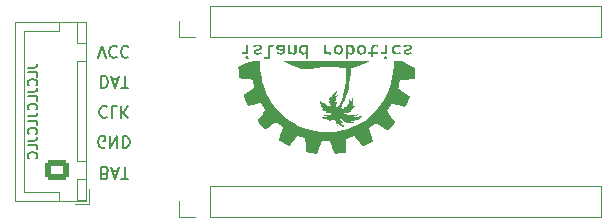
<source format=gbr>
%TF.GenerationSoftware,KiCad,Pcbnew,(6.0.1)*%
%TF.CreationDate,2022-02-11T11:56:36-05:00*%
%TF.ProjectId,POVshield-V3,504f5673-6869-4656-9c64-2d56332e6b69,rev?*%
%TF.SameCoordinates,Original*%
%TF.FileFunction,Legend,Bot*%
%TF.FilePolarity,Positive*%
%FSLAX46Y46*%
G04 Gerber Fmt 4.6, Leading zero omitted, Abs format (unit mm)*
G04 Created by KiCad (PCBNEW (6.0.1)) date 2022-02-11 11:56:36*
%MOMM*%
%LPD*%
G01*
G04 APERTURE LIST*
G04 Aperture macros list*
%AMRoundRect*
0 Rectangle with rounded corners*
0 $1 Rounding radius*
0 $2 $3 $4 $5 $6 $7 $8 $9 X,Y pos of 4 corners*
0 Add a 4 corners polygon primitive as box body*
4,1,4,$2,$3,$4,$5,$6,$7,$8,$9,$2,$3,0*
0 Add four circle primitives for the rounded corners*
1,1,$1+$1,$2,$3*
1,1,$1+$1,$4,$5*
1,1,$1+$1,$6,$7*
1,1,$1+$1,$8,$9*
0 Add four rect primitives between the rounded corners*
20,1,$1+$1,$2,$3,$4,$5,0*
20,1,$1+$1,$4,$5,$6,$7,0*
20,1,$1+$1,$6,$7,$8,$9,0*
20,1,$1+$1,$8,$9,$2,$3,0*%
G04 Aperture macros list end*
%ADD10C,0.150000*%
%ADD11C,0.120000*%
%ADD12R,1.600000X1.600000*%
%ADD13C,1.600000*%
%ADD14RoundRect,0.250000X0.725000X-0.600000X0.725000X0.600000X-0.725000X0.600000X-0.725000X-0.600000X0*%
%ADD15O,1.950000X1.700000*%
%ADD16R,1.700000X1.700000*%
%ADD17O,1.700000X1.700000*%
G04 APERTURE END LIST*
D10*
X83843904Y-106878428D02*
X83986761Y-106830809D01*
X84034380Y-106783190D01*
X84082000Y-106687952D01*
X84082000Y-106545095D01*
X84034380Y-106449857D01*
X83986761Y-106402238D01*
X83891523Y-106354619D01*
X83510571Y-106354619D01*
X83510571Y-107354619D01*
X83843904Y-107354619D01*
X83939142Y-107307000D01*
X83986761Y-107259380D01*
X84034380Y-107164142D01*
X84034380Y-107068904D01*
X83986761Y-106973666D01*
X83939142Y-106926047D01*
X83843904Y-106878428D01*
X83510571Y-106878428D01*
X84462952Y-106640333D02*
X84939142Y-106640333D01*
X84367714Y-106354619D02*
X84701047Y-107354619D01*
X85034380Y-106354619D01*
X85224857Y-107354619D02*
X85796285Y-107354619D01*
X85510571Y-106354619D02*
X85510571Y-107354619D01*
X83510571Y-98607619D02*
X83510571Y-99607619D01*
X83748666Y-99607619D01*
X83891523Y-99560000D01*
X83986761Y-99464761D01*
X84034380Y-99369523D01*
X84082000Y-99179047D01*
X84082000Y-99036190D01*
X84034380Y-98845714D01*
X83986761Y-98750476D01*
X83891523Y-98655238D01*
X83748666Y-98607619D01*
X83510571Y-98607619D01*
X84462952Y-98893333D02*
X84939142Y-98893333D01*
X84367714Y-98607619D02*
X84701047Y-99607619D01*
X85034380Y-98607619D01*
X85224857Y-99607619D02*
X85796285Y-99607619D01*
X85510571Y-98607619D02*
X85510571Y-99607619D01*
X77285904Y-97904761D02*
X77857333Y-97904761D01*
X77971619Y-97866666D01*
X78047809Y-97790476D01*
X78085904Y-97676190D01*
X78085904Y-97600000D01*
X78085904Y-98666666D02*
X78085904Y-98285714D01*
X77285904Y-98285714D01*
X78009714Y-99390476D02*
X78047809Y-99352380D01*
X78085904Y-99238095D01*
X78085904Y-99161904D01*
X78047809Y-99047619D01*
X77971619Y-98971428D01*
X77895428Y-98933333D01*
X77743047Y-98895238D01*
X77628761Y-98895238D01*
X77476380Y-98933333D01*
X77400190Y-98971428D01*
X77324000Y-99047619D01*
X77285904Y-99161904D01*
X77285904Y-99238095D01*
X77324000Y-99352380D01*
X77362095Y-99390476D01*
X77285904Y-99961904D02*
X77857333Y-99961904D01*
X77971619Y-99923809D01*
X78047809Y-99847619D01*
X78085904Y-99733333D01*
X78085904Y-99657142D01*
X78085904Y-100723809D02*
X78085904Y-100342857D01*
X77285904Y-100342857D01*
X78009714Y-101447619D02*
X78047809Y-101409523D01*
X78085904Y-101295238D01*
X78085904Y-101219047D01*
X78047809Y-101104761D01*
X77971619Y-101028571D01*
X77895428Y-100990476D01*
X77743047Y-100952380D01*
X77628761Y-100952380D01*
X77476380Y-100990476D01*
X77400190Y-101028571D01*
X77324000Y-101104761D01*
X77285904Y-101219047D01*
X77285904Y-101295238D01*
X77324000Y-101409523D01*
X77362095Y-101447619D01*
X77285904Y-102019047D02*
X77857333Y-102019047D01*
X77971619Y-101980952D01*
X78047809Y-101904761D01*
X78085904Y-101790476D01*
X78085904Y-101714285D01*
X78085904Y-102780952D02*
X78085904Y-102400000D01*
X77285904Y-102400000D01*
X78009714Y-103504761D02*
X78047809Y-103466666D01*
X78085904Y-103352380D01*
X78085904Y-103276190D01*
X78047809Y-103161904D01*
X77971619Y-103085714D01*
X77895428Y-103047619D01*
X77743047Y-103009523D01*
X77628761Y-103009523D01*
X77476380Y-103047619D01*
X77400190Y-103085714D01*
X77324000Y-103161904D01*
X77285904Y-103276190D01*
X77285904Y-103352380D01*
X77324000Y-103466666D01*
X77362095Y-103504761D01*
X77285904Y-104076190D02*
X77857333Y-104076190D01*
X77971619Y-104038095D01*
X78047809Y-103961904D01*
X78085904Y-103847619D01*
X78085904Y-103771428D01*
X78085904Y-104838095D02*
X78085904Y-104457142D01*
X77285904Y-104457142D01*
X78009714Y-105561904D02*
X78047809Y-105523809D01*
X78085904Y-105409523D01*
X78085904Y-105333333D01*
X78047809Y-105219047D01*
X77971619Y-105142857D01*
X77895428Y-105104761D01*
X77743047Y-105066666D01*
X77628761Y-105066666D01*
X77476380Y-105104761D01*
X77400190Y-105142857D01*
X77324000Y-105219047D01*
X77285904Y-105333333D01*
X77285904Y-105409523D01*
X77324000Y-105523809D01*
X77362095Y-105561904D01*
X83248666Y-97067619D02*
X83582000Y-96067619D01*
X83915333Y-97067619D01*
X84820095Y-96162857D02*
X84772476Y-96115238D01*
X84629619Y-96067619D01*
X84534380Y-96067619D01*
X84391523Y-96115238D01*
X84296285Y-96210476D01*
X84248666Y-96305714D01*
X84201047Y-96496190D01*
X84201047Y-96639047D01*
X84248666Y-96829523D01*
X84296285Y-96924761D01*
X84391523Y-97020000D01*
X84534380Y-97067619D01*
X84629619Y-97067619D01*
X84772476Y-97020000D01*
X84820095Y-96972380D01*
X85820095Y-96162857D02*
X85772476Y-96115238D01*
X85629619Y-96067619D01*
X85534380Y-96067619D01*
X85391523Y-96115238D01*
X85296285Y-96210476D01*
X85248666Y-96305714D01*
X85201047Y-96496190D01*
X85201047Y-96639047D01*
X85248666Y-96829523D01*
X85296285Y-96924761D01*
X85391523Y-97020000D01*
X85534380Y-97067619D01*
X85629619Y-97067619D01*
X85772476Y-97020000D01*
X85820095Y-96972380D01*
X83986761Y-101242857D02*
X83939142Y-101195238D01*
X83796285Y-101147619D01*
X83701047Y-101147619D01*
X83558190Y-101195238D01*
X83462952Y-101290476D01*
X83415333Y-101385714D01*
X83367714Y-101576190D01*
X83367714Y-101719047D01*
X83415333Y-101909523D01*
X83462952Y-102004761D01*
X83558190Y-102100000D01*
X83701047Y-102147619D01*
X83796285Y-102147619D01*
X83939142Y-102100000D01*
X83986761Y-102052380D01*
X84891523Y-101147619D02*
X84415333Y-101147619D01*
X84415333Y-102147619D01*
X85224857Y-101147619D02*
X85224857Y-102147619D01*
X85796285Y-101147619D02*
X85367714Y-101719047D01*
X85796285Y-102147619D02*
X85224857Y-101576190D01*
X83820095Y-104640000D02*
X83724857Y-104687619D01*
X83582000Y-104687619D01*
X83439142Y-104640000D01*
X83343904Y-104544761D01*
X83296285Y-104449523D01*
X83248666Y-104259047D01*
X83248666Y-104116190D01*
X83296285Y-103925714D01*
X83343904Y-103830476D01*
X83439142Y-103735238D01*
X83582000Y-103687619D01*
X83677238Y-103687619D01*
X83820095Y-103735238D01*
X83867714Y-103782857D01*
X83867714Y-104116190D01*
X83677238Y-104116190D01*
X84296285Y-103687619D02*
X84296285Y-104687619D01*
X84867714Y-103687619D01*
X84867714Y-104687619D01*
X85343904Y-103687619D02*
X85343904Y-104687619D01*
X85582000Y-104687619D01*
X85724857Y-104640000D01*
X85820095Y-104544761D01*
X85867714Y-104449523D01*
X85915333Y-104259047D01*
X85915333Y-104116190D01*
X85867714Y-103925714D01*
X85820095Y-103830476D01*
X85724857Y-103735238D01*
X85582000Y-103687619D01*
X85343904Y-103687619D01*
G36*
X100272216Y-96241843D02*
G01*
X100296467Y-96162465D01*
X100331555Y-96097666D01*
X100392085Y-96026535D01*
X100467559Y-95977623D01*
X100493589Y-95967367D01*
X100577916Y-95953072D01*
X100666560Y-95961629D01*
X100751119Y-95991532D01*
X100823189Y-96041278D01*
X100856185Y-96072254D01*
X100856410Y-96036701D01*
X100858104Y-96011199D01*
X100870803Y-95981389D01*
X100900584Y-95968056D01*
X100952927Y-95967256D01*
X101024834Y-95971818D01*
X101028669Y-96554757D01*
X101032503Y-97137696D01*
X100822547Y-97137696D01*
X100838405Y-96714052D01*
X100780419Y-96752425D01*
X100749323Y-96769433D01*
X100672741Y-96792817D01*
X100590094Y-96799127D01*
X100514434Y-96786683D01*
X100460578Y-96760383D01*
X100396134Y-96709882D01*
X100339100Y-96646149D01*
X100297876Y-96577307D01*
X100280271Y-96526624D01*
X100264155Y-96434871D01*
X100261785Y-96348276D01*
X100460538Y-96348276D01*
X100465245Y-96427047D01*
X100484451Y-96501450D01*
X100517990Y-96564764D01*
X100565696Y-96610264D01*
X100591371Y-96622869D01*
X100656517Y-96635474D01*
X100725698Y-96628789D01*
X100786947Y-96603196D01*
X100826855Y-96577048D01*
X100826630Y-96391754D01*
X100826615Y-96385105D01*
X100825577Y-96314020D01*
X100823175Y-96253672D01*
X100819748Y-96210258D01*
X100815632Y-96189974D01*
X100812585Y-96186205D01*
X100788777Y-96166043D01*
X100753529Y-96142367D01*
X100691529Y-96117255D01*
X100620526Y-96114723D01*
X100554102Y-96138957D01*
X100535059Y-96152978D01*
X100495279Y-96204519D01*
X100470494Y-96271859D01*
X100460538Y-96348276D01*
X100261785Y-96348276D01*
X100261457Y-96336295D01*
X100272216Y-96241843D01*
G37*
G36*
X95958033Y-96785733D02*
G01*
X95415423Y-96785733D01*
X95415423Y-96624416D01*
X95767386Y-96624416D01*
X95767386Y-95964485D01*
X95958033Y-95964485D01*
X95958033Y-96785733D01*
G37*
G36*
X95884860Y-96935230D02*
G01*
X95939782Y-96957274D01*
X95974962Y-96998804D01*
X95987363Y-97057037D01*
X95984806Y-97084386D01*
X95961593Y-97135814D01*
X95917567Y-97169564D01*
X95856861Y-97181691D01*
X95824158Y-97178564D01*
X95770880Y-97156661D01*
X95734129Y-97118847D01*
X95716835Y-97071074D01*
X95721931Y-97019290D01*
X95752344Y-96969448D01*
X95765958Y-96956428D01*
X95801377Y-96937548D01*
X95851267Y-96932384D01*
X95884860Y-96935230D01*
G37*
G36*
X99972611Y-95967482D02*
G01*
X100071601Y-95971818D01*
X100070813Y-96280707D01*
X100070602Y-96346976D01*
X100069942Y-96434657D01*
X100068504Y-96500431D01*
X100065846Y-96548906D01*
X100061525Y-96584691D01*
X100055098Y-96612396D01*
X100046120Y-96636630D01*
X100034151Y-96662001D01*
X100014135Y-96695741D01*
X99958169Y-96752639D01*
X99888088Y-96788118D01*
X99808372Y-96801752D01*
X99723500Y-96793118D01*
X99637951Y-96761789D01*
X99556204Y-96707342D01*
X99545528Y-96698505D01*
X99517281Y-96677011D01*
X99502095Y-96668412D01*
X99500581Y-96669311D01*
X99494359Y-96688044D01*
X99489547Y-96723406D01*
X99484996Y-96778400D01*
X99408004Y-96782833D01*
X99331012Y-96787265D01*
X99331012Y-95964485D01*
X99521659Y-95964485D01*
X99521659Y-96519475D01*
X99581732Y-96570895D01*
X99641278Y-96610567D01*
X99706034Y-96631851D01*
X99766730Y-96631410D01*
X99818042Y-96609345D01*
X99854645Y-96565756D01*
X99859371Y-96552034D01*
X99865620Y-96512203D01*
X99869961Y-96449329D01*
X99872515Y-96361328D01*
X99873405Y-96246119D01*
X99873622Y-95963145D01*
X99972611Y-95967482D01*
G37*
G36*
X104296851Y-95967454D02*
G01*
X104335563Y-95965788D01*
X104361743Y-95969100D01*
X104374099Y-95982089D01*
X104381029Y-96008886D01*
X104390189Y-96054682D01*
X104433333Y-96023960D01*
X104477004Y-95996673D01*
X104525136Y-95972103D01*
X104588332Y-95954317D01*
X104675189Y-95955973D01*
X104765481Y-95984735D01*
X104819031Y-96015031D01*
X104891834Y-96081950D01*
X104943476Y-96169138D01*
X104973974Y-96276624D01*
X104983341Y-96404439D01*
X104975006Y-96506395D01*
X104947092Y-96608278D01*
X104900677Y-96689953D01*
X104836896Y-96750022D01*
X104756887Y-96787088D01*
X104661786Y-96799754D01*
X104628029Y-96797438D01*
X104555371Y-96781041D01*
X104485695Y-96752868D01*
X104432128Y-96717614D01*
X104428762Y-96714693D01*
X104420318Y-96710253D01*
X104414806Y-96715918D01*
X104411910Y-96735526D01*
X104411314Y-96772916D01*
X104412703Y-96831928D01*
X104415759Y-96916400D01*
X104424264Y-97137696D01*
X104214163Y-97137696D01*
X104217997Y-96554757D01*
X104220539Y-96168363D01*
X104419811Y-96168363D01*
X104420011Y-96558423D01*
X104471685Y-96593615D01*
X104476744Y-96596908D01*
X104531893Y-96621868D01*
X104592572Y-96635387D01*
X104653178Y-96632297D01*
X104710390Y-96605616D01*
X104752162Y-96555068D01*
X104777677Y-96481706D01*
X104786117Y-96386579D01*
X104785862Y-96372725D01*
X104773535Y-96282806D01*
X104744481Y-96206231D01*
X104701115Y-96149732D01*
X104673567Y-96132118D01*
X104615050Y-96117094D01*
X104547997Y-96119321D01*
X104482138Y-96139264D01*
X104419811Y-96168363D01*
X104220539Y-96168363D01*
X104221832Y-95971818D01*
X104296851Y-95967454D01*
G37*
G36*
X102380674Y-101570415D02*
G01*
X102253755Y-101502936D01*
X102148449Y-101418847D01*
X102115863Y-101385492D01*
X102088250Y-101352478D01*
X102082145Y-101336475D01*
X102097723Y-101338267D01*
X102135155Y-101358639D01*
X102154255Y-101369516D01*
X102200779Y-101392454D01*
X102256451Y-101417054D01*
X102314140Y-101440474D01*
X102366713Y-101459875D01*
X102407037Y-101472414D01*
X102427981Y-101475253D01*
X102428968Y-101469778D01*
X102413088Y-101451905D01*
X102381107Y-101427071D01*
X102376105Y-101423548D01*
X102296353Y-101352572D01*
X102221665Y-101260159D01*
X102156623Y-101153743D01*
X102105809Y-101040756D01*
X102073806Y-100928631D01*
X102066474Y-100875460D01*
X102061559Y-100801987D01*
X102061445Y-100731973D01*
X102066058Y-100623305D01*
X102148250Y-100746956D01*
X102178156Y-100790778D01*
X102235301Y-100869285D01*
X102293268Y-100943195D01*
X102347891Y-101007487D01*
X102395004Y-101057139D01*
X102430442Y-101087128D01*
X102467168Y-101111192D01*
X102425395Y-101019063D01*
X102413630Y-100991966D01*
X102383943Y-100912755D01*
X102359707Y-100832769D01*
X102343454Y-100761025D01*
X102337711Y-100706537D01*
X102338464Y-100691837D01*
X102342911Y-100686204D01*
X102353224Y-100703217D01*
X102371532Y-100745317D01*
X102385631Y-100777682D01*
X102468910Y-100925630D01*
X102575051Y-101056512D01*
X102701672Y-101167760D01*
X102846392Y-101256810D01*
X102863420Y-101265242D01*
X102904995Y-101282893D01*
X102924919Y-101283573D01*
X102925640Y-101266240D01*
X102909601Y-101229850D01*
X102901557Y-101213868D01*
X102884666Y-101176155D01*
X102884039Y-101162390D01*
X102900523Y-101171679D01*
X102934967Y-101203130D01*
X102965852Y-101230276D01*
X103009708Y-101264737D01*
X103057792Y-101299824D01*
X103103338Y-101330778D01*
X103139582Y-101352841D01*
X103159758Y-101361252D01*
X103156052Y-101354260D01*
X103135671Y-101330314D01*
X103101539Y-101293360D01*
X103057433Y-101247597D01*
X103032040Y-101220769D01*
X102978310Y-101158293D01*
X102931751Y-101096921D01*
X102899642Y-101045952D01*
X102894969Y-101036891D01*
X102870987Y-100985651D01*
X102846901Y-100927811D01*
X102825123Y-100870047D01*
X102808065Y-100819036D01*
X102798141Y-100781455D01*
X102797762Y-100763979D01*
X102799208Y-100764043D01*
X102814187Y-100777526D01*
X102840906Y-100807905D01*
X102874759Y-100850030D01*
X102896030Y-100877406D01*
X102936286Y-100928574D01*
X102960932Y-100958479D01*
X102971413Y-100968654D01*
X102969174Y-100960637D01*
X102955661Y-100935964D01*
X102939566Y-100904997D01*
X102906399Y-100823951D01*
X102876719Y-100730288D01*
X102853876Y-100635293D01*
X102841217Y-100550251D01*
X102840074Y-100530958D01*
X102840750Y-100469684D01*
X102846172Y-100402065D01*
X102855244Y-100335235D01*
X102866869Y-100276327D01*
X102879952Y-100232474D01*
X102893394Y-100210808D01*
X102896538Y-100213251D01*
X102902833Y-100237137D01*
X102909049Y-100281003D01*
X102914209Y-100338842D01*
X102916055Y-100362771D01*
X102923267Y-100430738D01*
X102932251Y-100490965D01*
X102941489Y-100532673D01*
X102948466Y-100555170D01*
X102956632Y-100576932D01*
X102960999Y-100573665D01*
X102964682Y-100547338D01*
X102977517Y-100469194D01*
X103023262Y-100320328D01*
X103094011Y-100183199D01*
X103187535Y-100061004D01*
X103301606Y-99956939D01*
X103433996Y-99874201D01*
X103511402Y-99835165D01*
X103457828Y-99941549D01*
X103440981Y-99975898D01*
X103402224Y-100061178D01*
X103365844Y-100149075D01*
X103334594Y-100232411D01*
X103311230Y-100304009D01*
X103298507Y-100356691D01*
X103289189Y-100415352D01*
X103330222Y-100364024D01*
X103339738Y-100352288D01*
X103387023Y-100297306D01*
X103440505Y-100239152D01*
X103493956Y-100184265D01*
X103541149Y-100139083D01*
X103575855Y-100110047D01*
X103587542Y-100101957D01*
X103600248Y-100095565D01*
X103598989Y-100103827D01*
X103582599Y-100129713D01*
X103549912Y-100176194D01*
X103522077Y-100217146D01*
X103448067Y-100350454D01*
X103393276Y-100489864D01*
X103359142Y-100630005D01*
X103347101Y-100765504D01*
X103358593Y-100890989D01*
X103367930Y-100937671D01*
X103404022Y-100877146D01*
X103416727Y-100856877D01*
X103436115Y-100830557D01*
X103446523Y-100823029D01*
X103447738Y-100827605D01*
X103445722Y-100853792D01*
X103438115Y-100893699D01*
X103436555Y-100901153D01*
X103429759Y-100951413D01*
X103424899Y-101016375D01*
X103422941Y-101083927D01*
X103423085Y-101134614D01*
X103425037Y-101177270D01*
X103430490Y-101202381D01*
X103441083Y-101216514D01*
X103458454Y-101226237D01*
X103467169Y-101229926D01*
X103489591Y-101233376D01*
X103512417Y-101221944D01*
X103544978Y-101191928D01*
X103562031Y-101176358D01*
X103598121Y-101151203D01*
X103626130Y-101141275D01*
X103628966Y-101141198D01*
X103643398Y-101137405D01*
X103657950Y-101125576D01*
X103674372Y-101102495D01*
X103694417Y-101064944D01*
X103719836Y-101009707D01*
X103752381Y-100933568D01*
X103793802Y-100833308D01*
X103866930Y-100645871D01*
X103990796Y-100277762D01*
X104092289Y-99902317D01*
X104169832Y-99525719D01*
X104221849Y-99154151D01*
X104228101Y-99085611D01*
X104235684Y-98964353D01*
X104240621Y-98830792D01*
X104242979Y-98690120D01*
X104242824Y-98547535D01*
X104240225Y-98408229D01*
X104235248Y-98277399D01*
X104227961Y-98160239D01*
X104218432Y-98061943D01*
X104206727Y-97987707D01*
X104203523Y-97975372D01*
X104195774Y-97963015D01*
X104179393Y-97954173D01*
X104149238Y-97947283D01*
X104100166Y-97940782D01*
X104027035Y-97933107D01*
X103977049Y-97927931D01*
X103876371Y-97917026D01*
X103771771Y-97905218D01*
X103679222Y-97894288D01*
X103519724Y-97877301D01*
X103301659Y-97860393D01*
X103076594Y-97849148D01*
X102856329Y-97844123D01*
X102652663Y-97845875D01*
X102620745Y-97846820D01*
X102517589Y-97850936D01*
X102422092Y-97856856D01*
X102326956Y-97865300D01*
X102224882Y-97876985D01*
X102108575Y-97892628D01*
X101970735Y-97912948D01*
X101894870Y-97924351D01*
X101774722Y-97942062D01*
X101655935Y-97959197D01*
X101545415Y-97974777D01*
X101450067Y-97987820D01*
X101376797Y-97997344D01*
X101355448Y-97999875D01*
X101249148Y-98009757D01*
X101130765Y-98017098D01*
X101006196Y-98021848D01*
X100881335Y-98023955D01*
X100762078Y-98023370D01*
X100654321Y-98020040D01*
X100563960Y-98013915D01*
X100496890Y-98004944D01*
X100453596Y-97995436D01*
X100358205Y-97969843D01*
X100245519Y-97935110D01*
X100121529Y-97893292D01*
X99992225Y-97846444D01*
X99863597Y-97796621D01*
X99741636Y-97745877D01*
X99735433Y-97743183D01*
X99664529Y-97711612D01*
X99582462Y-97673928D01*
X99493008Y-97631981D01*
X99399940Y-97587620D01*
X99307033Y-97542696D01*
X99218063Y-97499058D01*
X99136805Y-97458558D01*
X99067033Y-97423046D01*
X99012522Y-97394370D01*
X98977048Y-97374382D01*
X98964384Y-97364932D01*
X98965307Y-97364767D01*
X98986940Y-97364126D01*
X99036339Y-97363505D01*
X99112255Y-97362908D01*
X99213437Y-97362337D01*
X99338635Y-97361793D01*
X99486600Y-97361280D01*
X99656081Y-97360800D01*
X99845829Y-97360354D01*
X100054594Y-97359946D01*
X100281126Y-97359577D01*
X100524175Y-97359250D01*
X100782491Y-97358967D01*
X101054825Y-97358730D01*
X101339926Y-97358542D01*
X101636544Y-97358405D01*
X101943429Y-97358320D01*
X102259333Y-97358292D01*
X102583004Y-97358321D01*
X106201624Y-97358969D01*
X106142963Y-97389922D01*
X106099306Y-97411803D01*
X106031573Y-97444038D01*
X105947029Y-97483204D01*
X105850917Y-97526948D01*
X105748482Y-97572918D01*
X105644967Y-97618762D01*
X105545615Y-97662127D01*
X105455670Y-97700662D01*
X105380377Y-97732013D01*
X105236737Y-97786795D01*
X105017042Y-97855178D01*
X104785478Y-97908251D01*
X104659863Y-97932552D01*
X104642154Y-98228051D01*
X104627913Y-98432284D01*
X104586459Y-98843640D01*
X104529174Y-99237781D01*
X104456389Y-99613447D01*
X104368433Y-99969381D01*
X104265636Y-100304322D01*
X104148327Y-100617012D01*
X104016837Y-100906193D01*
X103871494Y-101170606D01*
X103804979Y-101280594D01*
X103843007Y-101290837D01*
X103866413Y-101299809D01*
X103907239Y-101326945D01*
X103938229Y-101360863D01*
X103950527Y-101393139D01*
X103952714Y-101407737D01*
X103963960Y-101419913D01*
X103971337Y-101416818D01*
X103995490Y-101394198D01*
X104029169Y-101353607D01*
X104068597Y-101299765D01*
X104109994Y-101237394D01*
X104121357Y-101219799D01*
X104143060Y-101190779D01*
X104153246Y-101187760D01*
X104152741Y-101211377D01*
X104142368Y-101262263D01*
X104139992Y-101273521D01*
X104136631Y-101304725D01*
X104140854Y-101317257D01*
X104148712Y-101314486D01*
X104175303Y-101293481D01*
X104212520Y-101256055D01*
X104256114Y-101207248D01*
X104301833Y-101152103D01*
X104345427Y-101095657D01*
X104382644Y-101042953D01*
X104409234Y-100999031D01*
X104426132Y-100964767D01*
X104464046Y-100871510D01*
X104494621Y-100773222D01*
X104515035Y-100679818D01*
X104522467Y-100601208D01*
X104522996Y-100580635D01*
X104526612Y-100551974D01*
X104532524Y-100545174D01*
X104539477Y-100558568D01*
X104548119Y-100598803D01*
X104554050Y-100656885D01*
X104556868Y-100725925D01*
X104556167Y-100799035D01*
X104551543Y-100869326D01*
X104548723Y-100898251D01*
X104544129Y-100951534D01*
X104541726Y-100989158D01*
X104541991Y-101004371D01*
X104543040Y-101004887D01*
X104554778Y-100993148D01*
X104574398Y-100959509D01*
X104599732Y-100908687D01*
X104628613Y-100845405D01*
X104658872Y-100774383D01*
X104688341Y-100700339D01*
X104714853Y-100627996D01*
X104725472Y-100597498D01*
X104749547Y-100529439D01*
X104766592Y-100484714D01*
X104778428Y-100460065D01*
X104786874Y-100452236D01*
X104793748Y-100457971D01*
X104800870Y-100474012D01*
X104819930Y-100528329D01*
X104852390Y-100677623D01*
X104858843Y-100830268D01*
X104839761Y-100981253D01*
X104795619Y-101125566D01*
X104726887Y-101258197D01*
X104723085Y-101264108D01*
X104697403Y-101305885D01*
X104681318Y-101335401D01*
X104678173Y-101346587D01*
X104686571Y-101344201D01*
X104717214Y-101325388D01*
X104762392Y-101290567D01*
X104818007Y-101243003D01*
X104879955Y-101185962D01*
X104889788Y-101176632D01*
X104933174Y-101136866D01*
X104959290Y-101116380D01*
X104970642Y-101113514D01*
X104969740Y-101126610D01*
X104968931Y-101129250D01*
X104927750Y-101219854D01*
X104862288Y-101311245D01*
X104776950Y-101398879D01*
X104676139Y-101478217D01*
X104564262Y-101544716D01*
X104427144Y-101613976D01*
X104500469Y-101604195D01*
X104521635Y-101601346D01*
X104578424Y-101593511D01*
X104625123Y-101586834D01*
X104636593Y-101585177D01*
X104656562Y-101583548D01*
X104657752Y-101588611D01*
X104638163Y-101603366D01*
X104595793Y-101630812D01*
X104579871Y-101640714D01*
X104444651Y-101705890D01*
X104296035Y-101746922D01*
X104138701Y-101762464D01*
X104098068Y-101763524D01*
X104051952Y-101766325D01*
X104025527Y-101770165D01*
X104023613Y-101774539D01*
X104048703Y-101781181D01*
X104101206Y-101790066D01*
X104167965Y-101798381D01*
X104240418Y-101805331D01*
X104310003Y-101810123D01*
X104368160Y-101811961D01*
X104406328Y-101810051D01*
X104418998Y-101808166D01*
X104450991Y-101805038D01*
X104463806Y-101806577D01*
X104452839Y-101813438D01*
X104421154Y-101827427D01*
X104376010Y-101845129D01*
X104334089Y-101862590D01*
X104304081Y-101878845D01*
X104295221Y-101889300D01*
X104297790Y-101892465D01*
X104326296Y-101907765D01*
X104377237Y-101922336D01*
X104444902Y-101935237D01*
X104523578Y-101945528D01*
X104607553Y-101952268D01*
X104691116Y-101954516D01*
X104692845Y-101954508D01*
X104835977Y-101947448D01*
X104963837Y-101925913D01*
X105087754Y-101887203D01*
X105219060Y-101828615D01*
X105336381Y-101769922D01*
X105292386Y-101816359D01*
X105253574Y-101853364D01*
X105185320Y-101906057D01*
X105096884Y-101962641D01*
X104984418Y-102025730D01*
X104852432Y-102096270D01*
X104976410Y-102087464D01*
X104996375Y-102085856D01*
X105106921Y-102071985D01*
X105230821Y-102049777D01*
X105356615Y-102021496D01*
X105472842Y-101989404D01*
X105519968Y-101976001D01*
X105559361Y-101967072D01*
X105579652Y-101965399D01*
X105581811Y-101967728D01*
X105575136Y-101986254D01*
X105552497Y-102018821D01*
X105517893Y-102060933D01*
X105475326Y-102108096D01*
X105428794Y-102155812D01*
X105382298Y-102199587D01*
X105339838Y-102234924D01*
X105219802Y-102313508D01*
X105069027Y-102381153D01*
X104906875Y-102422200D01*
X104731924Y-102437121D01*
X104693695Y-102437684D01*
X104646106Y-102439427D01*
X104622003Y-102442733D01*
X104617639Y-102448325D01*
X104629268Y-102456924D01*
X104638737Y-102461735D01*
X104681882Y-102479410D01*
X104742310Y-102500811D01*
X104811767Y-102523328D01*
X104881996Y-102544353D01*
X104944743Y-102561277D01*
X104991751Y-102571489D01*
X105014670Y-102575393D01*
X105039882Y-102581419D01*
X105040937Y-102587457D01*
X105021081Y-102596249D01*
X105020922Y-102596309D01*
X104978352Y-102605169D01*
X104915410Y-102609651D01*
X104840650Y-102609945D01*
X104762626Y-102606239D01*
X104689893Y-102598725D01*
X104631003Y-102587592D01*
X104523543Y-102554031D01*
X104415016Y-102506740D01*
X104305124Y-102443666D01*
X104185988Y-102360796D01*
X104182533Y-102358294D01*
X104172256Y-102354308D01*
X104181623Y-102370179D01*
X104209916Y-102404920D01*
X104256415Y-102457545D01*
X104261973Y-102463701D01*
X104306970Y-102514188D01*
X104342605Y-102555315D01*
X104365396Y-102582989D01*
X104371861Y-102593123D01*
X104358123Y-102590257D01*
X104320094Y-102574965D01*
X104268705Y-102549601D01*
X104210972Y-102517715D01*
X104153913Y-102482858D01*
X104082461Y-102432183D01*
X103953716Y-102314818D01*
X103842124Y-102176435D01*
X103750215Y-102020418D01*
X103680520Y-101850148D01*
X103677418Y-101841117D01*
X103659147Y-101800086D01*
X103640289Y-101772096D01*
X103624589Y-101760276D01*
X103615795Y-101767753D01*
X103617652Y-101797655D01*
X103626572Y-101833952D01*
X103656617Y-101919648D01*
X103698150Y-102010266D01*
X103746096Y-102094093D01*
X103767543Y-102127777D01*
X103785195Y-102159236D01*
X103784654Y-102169536D01*
X103764972Y-102160488D01*
X103725197Y-102133900D01*
X103683182Y-102104775D01*
X103693388Y-102139971D01*
X103728232Y-102232838D01*
X103794339Y-102352035D01*
X103879408Y-102464706D01*
X103977959Y-102563814D01*
X104084511Y-102642320D01*
X104105401Y-102655032D01*
X104141927Y-102678212D01*
X104156157Y-102690122D01*
X104150285Y-102693260D01*
X104126508Y-102690125D01*
X104110087Y-102686055D01*
X104064214Y-102669895D01*
X104005718Y-102645510D01*
X103943284Y-102616396D01*
X103904798Y-102597701D01*
X103855669Y-102574767D01*
X103821210Y-102559874D01*
X103807184Y-102555596D01*
X103806943Y-102556959D01*
X103817704Y-102573995D01*
X103844456Y-102605940D01*
X103883033Y-102648397D01*
X103929270Y-102696967D01*
X103978999Y-102747255D01*
X104028056Y-102794863D01*
X104072273Y-102835393D01*
X104172022Y-102923088D01*
X104104555Y-102927587D01*
X104067331Y-102927429D01*
X103984145Y-102914687D01*
X103892739Y-102887785D01*
X103802882Y-102849259D01*
X103771587Y-102831400D01*
X103703078Y-102782027D01*
X103634173Y-102721307D01*
X103573741Y-102657409D01*
X103530652Y-102598503D01*
X103516639Y-102575413D01*
X103496815Y-102545975D01*
X103486017Y-102534462D01*
X103483950Y-102536026D01*
X103484384Y-102557491D01*
X103493750Y-102600925D01*
X103511049Y-102662219D01*
X103535285Y-102737267D01*
X103539281Y-102749202D01*
X103554591Y-102798995D01*
X103563673Y-102835626D01*
X103564676Y-102851876D01*
X103558818Y-102851228D01*
X103540077Y-102832953D01*
X103513591Y-102798078D01*
X103483174Y-102752451D01*
X103452645Y-102701920D01*
X103425819Y-102652332D01*
X103406514Y-102609536D01*
X103398975Y-102587728D01*
X103378173Y-102494202D01*
X103365849Y-102373146D01*
X103356589Y-102219162D01*
X103328775Y-102336483D01*
X103323795Y-102356690D01*
X103308415Y-102407055D01*
X103295808Y-102428302D01*
X103286208Y-102420512D01*
X103279848Y-102383767D01*
X103276962Y-102318152D01*
X103275855Y-102288392D01*
X103272111Y-102254396D01*
X103266868Y-102241160D01*
X103261703Y-102243282D01*
X103238861Y-102259363D01*
X103206668Y-102286059D01*
X103206643Y-102286081D01*
X103173581Y-102311338D01*
X103150785Y-102322091D01*
X103142756Y-102317445D01*
X103153995Y-102296508D01*
X103163229Y-102282809D01*
X103184494Y-102248121D01*
X103209884Y-102204497D01*
X103251543Y-102131171D01*
X103146388Y-102229928D01*
X103098173Y-102273126D01*
X103006583Y-102341425D01*
X102913760Y-102390259D01*
X102811145Y-102424596D01*
X102773236Y-102434056D01*
X102716529Y-102445460D01*
X102687051Y-102446444D01*
X102684868Y-102437061D01*
X102710046Y-102417359D01*
X102762652Y-102387391D01*
X102774769Y-102380913D01*
X102832019Y-102348596D01*
X102882559Y-102317583D01*
X102916636Y-102293798D01*
X102960631Y-102258372D01*
X102880443Y-102279096D01*
X102870071Y-102281626D01*
X102782834Y-102294801D01*
X102683985Y-102298835D01*
X102586683Y-102293717D01*
X102504082Y-102279434D01*
X102441856Y-102258344D01*
X102356598Y-102219390D01*
X102274197Y-102172519D01*
X102207618Y-102124505D01*
X102158532Y-102082661D01*
X102383600Y-102081746D01*
X102419951Y-102081445D01*
X102500668Y-102079708D01*
X102572017Y-102076769D01*
X102627344Y-102072947D01*
X102659996Y-102068558D01*
X102678027Y-102064105D01*
X102692694Y-102058463D01*
X102688053Y-102052468D01*
X102661060Y-102043855D01*
X102608668Y-102030356D01*
X102573153Y-102020182D01*
X102518872Y-102001768D01*
X102461580Y-101979998D01*
X102407424Y-101957461D01*
X102362550Y-101936741D01*
X102333105Y-101920425D01*
X102325236Y-101911100D01*
X102334947Y-101911102D01*
X102366238Y-101916938D01*
X102410708Y-101927865D01*
X102449184Y-101936934D01*
X102587522Y-101952248D01*
X102732249Y-101944425D01*
X102875546Y-101914315D01*
X103009595Y-101862768D01*
X103028541Y-101853107D01*
X103061523Y-101831420D01*
X103066283Y-101816144D01*
X103042527Y-101806359D01*
X102989961Y-101801145D01*
X102979495Y-101799795D01*
X102980656Y-101793810D01*
X103008601Y-101782876D01*
X103064307Y-101766539D01*
X103106452Y-101753849D01*
X103172614Y-101730464D01*
X103237575Y-101704144D01*
X103294646Y-101677835D01*
X103337135Y-101654484D01*
X103358352Y-101637038D01*
X103360567Y-101630970D01*
X103349236Y-101624784D01*
X103317949Y-101629837D01*
X103271298Y-101645097D01*
X103213871Y-101669532D01*
X103176739Y-101685721D01*
X103033889Y-101729845D01*
X102881425Y-101752027D01*
X102727880Y-101751486D01*
X102581785Y-101727438D01*
X102579783Y-101726917D01*
X102540655Y-101714211D01*
X102528316Y-101703200D01*
X102543401Y-101693457D01*
X102586546Y-101684557D01*
X102658385Y-101676073D01*
X102769984Y-101665200D01*
X102617473Y-101639190D01*
X102529150Y-101620336D01*
X104395369Y-101620336D01*
X104397519Y-101622091D01*
X104414923Y-101620336D01*
X104417217Y-101615925D01*
X104405146Y-101610559D01*
X104397382Y-101611618D01*
X104395369Y-101620336D01*
X102529150Y-101620336D01*
X102525548Y-101619567D01*
X102380674Y-101570415D01*
G37*
G36*
X107608874Y-95967532D02*
G01*
X107697467Y-95971818D01*
X107701365Y-96378775D01*
X107705263Y-96785733D01*
X107162190Y-96785733D01*
X107162190Y-96624416D01*
X107499488Y-96624416D01*
X107499488Y-96304228D01*
X107499567Y-96264751D01*
X107500376Y-96174184D01*
X107501951Y-96095403D01*
X107504152Y-96032796D01*
X107506843Y-95990747D01*
X107509885Y-95973642D01*
X107523916Y-95969452D01*
X107560198Y-95966854D01*
X107608874Y-95967532D01*
G37*
G36*
X102436353Y-95967482D02*
G01*
X102535342Y-95971818D01*
X102542675Y-96206460D01*
X102545364Y-96283648D01*
X102549470Y-96359029D01*
X102555565Y-96414344D01*
X102564945Y-96454767D01*
X102578904Y-96485471D01*
X102598737Y-96511630D01*
X102625737Y-96538418D01*
X102672343Y-96576882D01*
X102729204Y-96607112D01*
X102794243Y-96621122D01*
X102877206Y-96622158D01*
X102914889Y-96620566D01*
X102956491Y-96620364D01*
X102979649Y-96624651D01*
X102991077Y-96635191D01*
X102997484Y-96653746D01*
X102999092Y-96659810D01*
X103013176Y-96714126D01*
X103019208Y-96747153D01*
X103016326Y-96765473D01*
X103003666Y-96775670D01*
X102980366Y-96784324D01*
X102957188Y-96790992D01*
X102877987Y-96799637D01*
X102793764Y-96792376D01*
X102718656Y-96769983D01*
X102684081Y-96750884D01*
X102631366Y-96713696D01*
X102583004Y-96671867D01*
X102513345Y-96603521D01*
X102513144Y-96661630D01*
X102512435Y-96700964D01*
X102506870Y-96746618D01*
X102491965Y-96772156D01*
X102463264Y-96783290D01*
X102416311Y-96785733D01*
X102337363Y-96785733D01*
X102337363Y-95963145D01*
X102436353Y-95967482D01*
G37*
G36*
X105174345Y-96234812D02*
G01*
X105206992Y-96153037D01*
X105225174Y-96124307D01*
X105285772Y-96056245D01*
X105359689Y-96000728D01*
X105437053Y-95965791D01*
X105504510Y-95953734D01*
X105598085Y-95954201D01*
X105689349Y-95971397D01*
X105766198Y-96004208D01*
X105844387Y-96064322D01*
X105904463Y-96143436D01*
X105944491Y-96238014D01*
X105962536Y-96344525D01*
X105956661Y-96459434D01*
X105935644Y-96542001D01*
X105887977Y-96634673D01*
X105820084Y-96708862D01*
X105735018Y-96762180D01*
X105635832Y-96792237D01*
X105525581Y-96796646D01*
X105448799Y-96783219D01*
X105352229Y-96742982D01*
X105270310Y-96680541D01*
X105207012Y-96599152D01*
X105166307Y-96502070D01*
X105154407Y-96427825D01*
X105155454Y-96375109D01*
X105354066Y-96375109D01*
X105359640Y-96449721D01*
X105383411Y-96530375D01*
X105424851Y-96589754D01*
X105482865Y-96626429D01*
X105556358Y-96638972D01*
X105615734Y-96631943D01*
X105678586Y-96601813D01*
X105724091Y-96548540D01*
X105751756Y-96472760D01*
X105761088Y-96375109D01*
X105757529Y-96303991D01*
X105741377Y-96232837D01*
X105710232Y-96179813D01*
X105661969Y-96139873D01*
X105652324Y-96134448D01*
X105586453Y-96114402D01*
X105515741Y-96115829D01*
X105452529Y-96138790D01*
X105437851Y-96148858D01*
X105391629Y-96202612D01*
X105363538Y-96278420D01*
X105354066Y-96375109D01*
X105155454Y-96375109D01*
X105156340Y-96330500D01*
X105174345Y-96234812D01*
G37*
G36*
X107643966Y-96939458D02*
G01*
X107690511Y-96969448D01*
X107709417Y-96994338D01*
X107726510Y-97045917D01*
X107719784Y-97096393D01*
X107692170Y-97139814D01*
X107646596Y-97170230D01*
X107585994Y-97181691D01*
X107554663Y-97178396D01*
X107504122Y-97155642D01*
X107469650Y-97116752D01*
X107454131Y-97068238D01*
X107460449Y-97016611D01*
X107491489Y-96968380D01*
X107530879Y-96942238D01*
X107587264Y-96930370D01*
X107643966Y-96939458D01*
G37*
G36*
X97971569Y-95956226D02*
G01*
X98052484Y-95972386D01*
X98082902Y-95981768D01*
X98115723Y-95993023D01*
X98128472Y-95999104D01*
X98127092Y-96004563D01*
X98118750Y-96031013D01*
X98105363Y-96071076D01*
X98096042Y-96097408D01*
X98082992Y-96123809D01*
X98068329Y-96131110D01*
X98045748Y-96125017D01*
X98011026Y-96115022D01*
X97945849Y-96110160D01*
X97886022Y-96121235D01*
X97841835Y-96147133D01*
X97805839Y-96183129D01*
X97805839Y-97137696D01*
X97336555Y-97137696D01*
X97336555Y-96976379D01*
X97598110Y-96976379D01*
X97603319Y-96569422D01*
X97603834Y-96530236D01*
X97605815Y-96407879D01*
X97608494Y-96310266D01*
X97612496Y-96233813D01*
X97618445Y-96174936D01*
X97626965Y-96130053D01*
X97638680Y-96095579D01*
X97654215Y-96067932D01*
X97674194Y-96043527D01*
X97699240Y-96018783D01*
X97705240Y-96013373D01*
X97746278Y-95983788D01*
X97785371Y-95965049D01*
X97807641Y-95959557D01*
X97885446Y-95951825D01*
X97971569Y-95956226D01*
G37*
G36*
X108684593Y-95966290D02*
G01*
X108779538Y-95998965D01*
X108832937Y-96026470D01*
X108868530Y-96050865D01*
X108882425Y-96073989D01*
X108877489Y-96100977D01*
X108856589Y-96136965D01*
X108818678Y-96194253D01*
X108736289Y-96152695D01*
X108656849Y-96122832D01*
X108570570Y-96112835D01*
X108491260Y-96125878D01*
X108422781Y-96159956D01*
X108368999Y-96213062D01*
X108333776Y-96283191D01*
X108320976Y-96368335D01*
X108328993Y-96440165D01*
X108359842Y-96516751D01*
X108410005Y-96576863D01*
X108475381Y-96618086D01*
X108551871Y-96638007D01*
X108635373Y-96634212D01*
X108721788Y-96604288D01*
X108790515Y-96569494D01*
X108835289Y-96626025D01*
X108849959Y-96646171D01*
X108867781Y-96678445D01*
X108870666Y-96697761D01*
X108859554Y-96707934D01*
X108828055Y-96728764D01*
X108785315Y-96752880D01*
X108773620Y-96758918D01*
X108733640Y-96776612D01*
X108694243Y-96786901D01*
X108645473Y-96791701D01*
X108577375Y-96792930D01*
X108571900Y-96792931D01*
X108503504Y-96791435D01*
X108453170Y-96785809D01*
X108410409Y-96774163D01*
X108364730Y-96754604D01*
X108305028Y-96722081D01*
X108223295Y-96656620D01*
X108166648Y-96577161D01*
X108133763Y-96481586D01*
X108123320Y-96367776D01*
X108124869Y-96305124D01*
X108130978Y-96257772D01*
X108144225Y-96216910D01*
X108167193Y-96170947D01*
X108220474Y-96093533D01*
X108298508Y-96025092D01*
X108397066Y-95976720D01*
X108472787Y-95958073D01*
X108578528Y-95952437D01*
X108684593Y-95966290D01*
G37*
G36*
X96853410Y-95958719D02*
G01*
X96908271Y-95966450D01*
X96953773Y-95980306D01*
X97001019Y-96002865D01*
X97064118Y-96047281D01*
X97111982Y-96107139D01*
X97135822Y-96173119D01*
X97135734Y-96240497D01*
X97111815Y-96304551D01*
X97064160Y-96360558D01*
X96992865Y-96403796D01*
X96978865Y-96409286D01*
X96928764Y-96425999D01*
X96864687Y-96444794D01*
X96797033Y-96462552D01*
X96721967Y-96482764D01*
X96661358Y-96504707D01*
X96624205Y-96527395D01*
X96607459Y-96552768D01*
X96608068Y-96582765D01*
X96629249Y-96619144D01*
X96673171Y-96643675D01*
X96735677Y-96653012D01*
X96813363Y-96647099D01*
X96902822Y-96625879D01*
X97000651Y-96589295D01*
X97008481Y-96587404D01*
X97033239Y-96597915D01*
X97065450Y-96633314D01*
X97106857Y-96687602D01*
X97073289Y-96714784D01*
X97073242Y-96714822D01*
X97042312Y-96732761D01*
X96993578Y-96753657D01*
X96937570Y-96772993D01*
X96887436Y-96786061D01*
X96783581Y-96799773D01*
X96685595Y-96795826D01*
X96597161Y-96775698D01*
X96521965Y-96740862D01*
X96463692Y-96692793D01*
X96426026Y-96632967D01*
X96412652Y-96562859D01*
X96415522Y-96523327D01*
X96433899Y-96466832D01*
X96471463Y-96419452D01*
X96530745Y-96379148D01*
X96614279Y-96343879D01*
X96724595Y-96311607D01*
X96801705Y-96290642D01*
X96867473Y-96267955D01*
X96910320Y-96245454D01*
X96933583Y-96221319D01*
X96940596Y-96193730D01*
X96940261Y-96184695D01*
X96927751Y-96147242D01*
X96895213Y-96122242D01*
X96839965Y-96108372D01*
X96759324Y-96104307D01*
X96700134Y-96105799D01*
X96646998Y-96112229D01*
X96598314Y-96126442D01*
X96540741Y-96151306D01*
X96441521Y-96197802D01*
X96403700Y-96140651D01*
X96392462Y-96122364D01*
X96376760Y-96089061D01*
X96374413Y-96069691D01*
X96388442Y-96057391D01*
X96425581Y-96036427D01*
X96477184Y-96012806D01*
X96535643Y-95989949D01*
X96593352Y-95971275D01*
X96607404Y-95967677D01*
X96691779Y-95956067D01*
X96795707Y-95955230D01*
X96853410Y-95958719D01*
G37*
G36*
X103205129Y-96283688D02*
G01*
X103236914Y-96180283D01*
X103290818Y-96091878D01*
X103364762Y-96021694D01*
X103456667Y-95972948D01*
X103476234Y-95966787D01*
X103551259Y-95955266D01*
X103635539Y-95955798D01*
X103716809Y-95967727D01*
X103782803Y-95990397D01*
X103783678Y-95990847D01*
X103869872Y-96050936D01*
X103936846Y-96129855D01*
X103982948Y-96222978D01*
X104006528Y-96325679D01*
X104005933Y-96433333D01*
X103979512Y-96541313D01*
X103940117Y-96619305D01*
X103875450Y-96694893D01*
X103795722Y-96750834D01*
X103705485Y-96786033D01*
X103609290Y-96799395D01*
X103511688Y-96789824D01*
X103417230Y-96756225D01*
X103330468Y-96697503D01*
X103298449Y-96666278D01*
X103241335Y-96584664D01*
X103207908Y-96488533D01*
X103198764Y-96393273D01*
X103395047Y-96393273D01*
X103406419Y-96472510D01*
X103434313Y-96543989D01*
X103479023Y-96600891D01*
X103479155Y-96601007D01*
X103523810Y-96624526D01*
X103583479Y-96635765D01*
X103646183Y-96633808D01*
X103699944Y-96617744D01*
X103734966Y-96591502D01*
X103771872Y-96537323D01*
X103795019Y-96468543D01*
X103804366Y-96391758D01*
X103799872Y-96313563D01*
X103781496Y-96240554D01*
X103749197Y-96179328D01*
X103702935Y-96136480D01*
X103697781Y-96133575D01*
X103633573Y-96113947D01*
X103563293Y-96116447D01*
X103498722Y-96140825D01*
X103457154Y-96177203D01*
X103420707Y-96238800D01*
X103399907Y-96313096D01*
X103395047Y-96393273D01*
X103198764Y-96393273D01*
X103197021Y-96375109D01*
X103205129Y-96283688D01*
G37*
G36*
X109550284Y-95958144D02*
G01*
X109631742Y-95968785D01*
X109695404Y-95986276D01*
X109733486Y-96004974D01*
X109797237Y-96056571D01*
X109839039Y-96121850D01*
X109856433Y-96196129D01*
X109846959Y-96274727D01*
X109828734Y-96313059D01*
X109778432Y-96364314D01*
X109701686Y-96407315D01*
X109599738Y-96441222D01*
X109599653Y-96441244D01*
X109509172Y-96464475D01*
X109442953Y-96482246D01*
X109396799Y-96496182D01*
X109366514Y-96507907D01*
X109347902Y-96519045D01*
X109336767Y-96531221D01*
X109328912Y-96546059D01*
X109320121Y-96573059D01*
X109327257Y-96594107D01*
X109354357Y-96620572D01*
X109378043Y-96638811D01*
X109404095Y-96649872D01*
X109439200Y-96653013D01*
X109493385Y-96650383D01*
X109536696Y-96645158D01*
X109605472Y-96630396D01*
X109662830Y-96611025D01*
X109735920Y-96578561D01*
X109776249Y-96626599D01*
X109785789Y-96638448D01*
X109807789Y-96670635D01*
X109816578Y-96691716D01*
X109807575Y-96704289D01*
X109775962Y-96724198D01*
X109727684Y-96746472D01*
X109669130Y-96768225D01*
X109606693Y-96786568D01*
X109603236Y-96787417D01*
X109519066Y-96798487D01*
X109426589Y-96795964D01*
X109337735Y-96780964D01*
X109264432Y-96754600D01*
X109220946Y-96729279D01*
X109170406Y-96683870D01*
X109142939Y-96628845D01*
X109134649Y-96558311D01*
X109134697Y-96548994D01*
X109138352Y-96501164D01*
X109150997Y-96467590D01*
X109177074Y-96435409D01*
X109210886Y-96404434D01*
X109250535Y-96378517D01*
X109301456Y-96355461D01*
X109369520Y-96332613D01*
X109460598Y-96307321D01*
X109527168Y-96289063D01*
X109587197Y-96269562D01*
X109625858Y-96251744D01*
X109647297Y-96233609D01*
X109655661Y-96213154D01*
X109657266Y-96173452D01*
X109642363Y-96140848D01*
X109604404Y-96117721D01*
X109589015Y-96112011D01*
X109509288Y-96098469D01*
X109416623Y-96103728D01*
X109318044Y-96126886D01*
X109220578Y-96167040D01*
X109159856Y-96198087D01*
X109121589Y-96140261D01*
X109109499Y-96121612D01*
X109090722Y-96090579D01*
X109083321Y-96075035D01*
X109088973Y-96068120D01*
X109115774Y-96051371D01*
X109158177Y-96030010D01*
X109209001Y-96007362D01*
X109261062Y-95986748D01*
X109307178Y-95971490D01*
X109307339Y-95971444D01*
X109377263Y-95959061D01*
X109461851Y-95954765D01*
X109550284Y-95958144D01*
G37*
G36*
X109537787Y-97643752D02*
G01*
X109617477Y-97683704D01*
X109732731Y-97742122D01*
X109837999Y-97796235D01*
X109930560Y-97844603D01*
X110007693Y-97885782D01*
X110066676Y-97918333D01*
X110104788Y-97940812D01*
X110119307Y-97951779D01*
X110120029Y-97959250D01*
X110119404Y-97992767D01*
X110116651Y-98048237D01*
X110112130Y-98121023D01*
X110106204Y-98206488D01*
X110099231Y-98299994D01*
X110091574Y-98396903D01*
X110083593Y-98492577D01*
X110075648Y-98582379D01*
X110068101Y-98661672D01*
X110061312Y-98725816D01*
X110055642Y-98770175D01*
X110054281Y-98778135D01*
X110042837Y-98818662D01*
X110028345Y-98844965D01*
X110019715Y-98850807D01*
X110003464Y-98856770D01*
X109977460Y-98862852D01*
X109939269Y-98869361D01*
X109886458Y-98876604D01*
X109816596Y-98884887D01*
X109727248Y-98894518D01*
X109615982Y-98905802D01*
X109480365Y-98919048D01*
X109317963Y-98934562D01*
X109314653Y-98934876D01*
X109206835Y-98945186D01*
X109106748Y-98954909D01*
X109018686Y-98963613D01*
X108946944Y-98970872D01*
X108895816Y-98976256D01*
X108869596Y-98979336D01*
X108824519Y-98985861D01*
X108740706Y-99324854D01*
X108725056Y-99388728D01*
X108703719Y-99477923D01*
X108685978Y-99554670D01*
X108672731Y-99614972D01*
X108664871Y-99654831D01*
X108663297Y-99670250D01*
X108664963Y-99671533D01*
X108685227Y-99685825D01*
X108726264Y-99714286D01*
X108785459Y-99755116D01*
X108860194Y-99806515D01*
X108947854Y-99866684D01*
X109045822Y-99933822D01*
X109151482Y-100006128D01*
X109183427Y-100028014D01*
X109287610Y-100099958D01*
X109383517Y-100167035D01*
X109468478Y-100227321D01*
X109539821Y-100278891D01*
X109594873Y-100319819D01*
X109630963Y-100348180D01*
X109645420Y-100362050D01*
X109646437Y-100366736D01*
X109643031Y-100388850D01*
X109630413Y-100427255D01*
X109607767Y-100483922D01*
X109574280Y-100560823D01*
X109529138Y-100659931D01*
X109471527Y-100783217D01*
X109457729Y-100812395D01*
X109410234Y-100911416D01*
X109365994Y-101001549D01*
X109326820Y-101079245D01*
X109294519Y-101140957D01*
X109270902Y-101183139D01*
X109257779Y-101202243D01*
X109234568Y-101216208D01*
X109204362Y-101220598D01*
X109203380Y-101220368D01*
X109180353Y-101214822D01*
X109132542Y-101203221D01*
X109063238Y-101186369D01*
X108975734Y-101165066D01*
X108873322Y-101140113D01*
X108759294Y-101112312D01*
X108636942Y-101082465D01*
X108617729Y-101077785D01*
X108497414Y-101048877D01*
X108386571Y-101022909D01*
X108288365Y-101000574D01*
X108205960Y-100982568D01*
X108142519Y-100969583D01*
X108101207Y-100962314D01*
X108085187Y-100961454D01*
X108084277Y-100962599D01*
X108070842Y-100982182D01*
X108044647Y-101021812D01*
X108008242Y-101077583D01*
X107964180Y-101145592D01*
X107915010Y-101221934D01*
X107908056Y-101232759D01*
X107858030Y-101310572D01*
X107812395Y-101381446D01*
X107774013Y-101440944D01*
X107745745Y-101484628D01*
X107730453Y-101508063D01*
X107724734Y-101517414D01*
X107721564Y-101527414D01*
X107722548Y-101540180D01*
X107729165Y-101558024D01*
X107742893Y-101583257D01*
X107765211Y-101618191D01*
X107797596Y-101665136D01*
X107841527Y-101726405D01*
X107898481Y-101804308D01*
X107969937Y-101901157D01*
X108057374Y-102019263D01*
X108083889Y-102055147D01*
X108158869Y-102157567D01*
X108227435Y-102252605D01*
X108287721Y-102337583D01*
X108337860Y-102409822D01*
X108375985Y-102466644D01*
X108400229Y-102505370D01*
X108408726Y-102523323D01*
X108405828Y-102531426D01*
X108384623Y-102561670D01*
X108343712Y-102610342D01*
X108284125Y-102676287D01*
X108206892Y-102758347D01*
X108113043Y-102855368D01*
X108025644Y-102944710D01*
X107949434Y-103022437D01*
X107889475Y-103083208D01*
X107843567Y-103129110D01*
X107809511Y-103162229D01*
X107785106Y-103184649D01*
X107768154Y-103198456D01*
X107756454Y-103205737D01*
X107747807Y-103208575D01*
X107740013Y-103209058D01*
X107738316Y-103208747D01*
X107716260Y-103197896D01*
X107674814Y-103173377D01*
X107617964Y-103137682D01*
X107549697Y-103093305D01*
X107473999Y-103042736D01*
X107328325Y-102944709D01*
X107185617Y-102849944D01*
X107061291Y-102768831D01*
X106956260Y-102701940D01*
X106871434Y-102649841D01*
X106807724Y-102613105D01*
X106766041Y-102592301D01*
X106747297Y-102587999D01*
X106742824Y-102591020D01*
X106717539Y-102609844D01*
X106675733Y-102641961D01*
X106621997Y-102683828D01*
X106560920Y-102731902D01*
X106549953Y-102740566D01*
X106487863Y-102789328D01*
X106422391Y-102840345D01*
X106357947Y-102890225D01*
X106298940Y-102935575D01*
X106249783Y-102973003D01*
X106214884Y-102999118D01*
X106198656Y-103010526D01*
X106199875Y-103016719D01*
X106208371Y-103046231D01*
X106223594Y-103095830D01*
X106244097Y-103160822D01*
X106268430Y-103236513D01*
X106293380Y-103314152D01*
X106335097Y-103446939D01*
X106374858Y-103577052D01*
X106411779Y-103701336D01*
X106444976Y-103816639D01*
X106473563Y-103919805D01*
X106496657Y-104007682D01*
X106513372Y-104077115D01*
X106522823Y-104124951D01*
X106524127Y-104148036D01*
X106521159Y-104152135D01*
X106496725Y-104170495D01*
X106451208Y-104198516D01*
X106388510Y-104234219D01*
X106312531Y-104275628D01*
X106227173Y-104320764D01*
X106136338Y-104367648D01*
X106043926Y-104414303D01*
X105953838Y-104458752D01*
X105869977Y-104499015D01*
X105796242Y-104533114D01*
X105736537Y-104559073D01*
X105694761Y-104574912D01*
X105674816Y-104578654D01*
X105672175Y-104576982D01*
X105652540Y-104557234D01*
X105619107Y-104518654D01*
X105574853Y-104464842D01*
X105522756Y-104399398D01*
X105465791Y-104325919D01*
X105409730Y-104252774D01*
X105334349Y-104154620D01*
X105257578Y-104054840D01*
X105185813Y-103961748D01*
X105125451Y-103883654D01*
X105085089Y-103831524D01*
X105039636Y-103772775D01*
X105003201Y-103725635D01*
X104978768Y-103693961D01*
X104969318Y-103681613D01*
X104955677Y-103685076D01*
X104918132Y-103696994D01*
X104860499Y-103716079D01*
X104786587Y-103741031D01*
X104700205Y-103770546D01*
X104605162Y-103803325D01*
X104505267Y-103838064D01*
X104404329Y-103873463D01*
X104306156Y-103908220D01*
X104243830Y-103930407D01*
X104243830Y-104499172D01*
X104243815Y-104545549D01*
X104243516Y-104687532D01*
X104242771Y-104803321D01*
X104241500Y-104895345D01*
X104239621Y-104966035D01*
X104237055Y-105017820D01*
X104233720Y-105053130D01*
X104229535Y-105074396D01*
X104224421Y-105084046D01*
X104223304Y-105084728D01*
X104200274Y-105090920D01*
X104152911Y-105099750D01*
X104085384Y-105110648D01*
X104001864Y-105123043D01*
X103906520Y-105136365D01*
X103803523Y-105150046D01*
X103697043Y-105163513D01*
X103591250Y-105176199D01*
X103490313Y-105187533D01*
X103398402Y-105196944D01*
X103374487Y-105199178D01*
X103328652Y-105202110D01*
X103301324Y-105199600D01*
X103284805Y-105190151D01*
X103271399Y-105172268D01*
X103267411Y-105164917D01*
X103251734Y-105129129D01*
X103228641Y-105070937D01*
X103199516Y-104994154D01*
X103165741Y-104902594D01*
X103128701Y-104800070D01*
X103089778Y-104690396D01*
X103050355Y-104577385D01*
X103011815Y-104464850D01*
X102975542Y-104356604D01*
X102906411Y-104147626D01*
X102537562Y-104147745D01*
X102168714Y-104147864D01*
X102082866Y-104386054D01*
X102062422Y-104442981D01*
X102023598Y-104551822D01*
X101981414Y-104670802D01*
X101939734Y-104789012D01*
X101902420Y-104895548D01*
X101899688Y-104903367D01*
X101869414Y-104987931D01*
X101841150Y-105063350D01*
X101816736Y-105124963D01*
X101798014Y-105168107D01*
X101786826Y-105188122D01*
X101778557Y-105194901D01*
X101761651Y-105200720D01*
X101734049Y-105201172D01*
X101689722Y-105196163D01*
X101622643Y-105185602D01*
X101548713Y-105173249D01*
X101374044Y-105143413D01*
X101222195Y-105116479D01*
X101094202Y-105092649D01*
X100991101Y-105072127D01*
X100913929Y-105055116D01*
X100863723Y-105041819D01*
X100841520Y-105032440D01*
X100836712Y-105025480D01*
X100831695Y-105009669D01*
X100827508Y-104983312D01*
X100824014Y-104943725D01*
X100821078Y-104888226D01*
X100818563Y-104814131D01*
X100816334Y-104718755D01*
X100814255Y-104599417D01*
X100812190Y-104453433D01*
X100804857Y-103895013D01*
X100460933Y-103772976D01*
X100370133Y-103740876D01*
X100283652Y-103710809D01*
X100218639Y-103689148D01*
X100171776Y-103674999D01*
X100139740Y-103667467D01*
X100119210Y-103665660D01*
X100106866Y-103668682D01*
X100099387Y-103675639D01*
X100092761Y-103684829D01*
X100057815Y-103731646D01*
X100010878Y-103792726D01*
X99954459Y-103864957D01*
X99891067Y-103945231D01*
X99823214Y-104030436D01*
X99753408Y-104117464D01*
X99684159Y-104203203D01*
X99617977Y-104284544D01*
X99557372Y-104358377D01*
X99504853Y-104421590D01*
X99462931Y-104471075D01*
X99434115Y-104503721D01*
X99420914Y-104516417D01*
X99408563Y-104514794D01*
X99372624Y-104500774D01*
X99318177Y-104475005D01*
X99248925Y-104439607D01*
X99168573Y-104396699D01*
X99080825Y-104348399D01*
X98989385Y-104296828D01*
X98897958Y-104244104D01*
X98810249Y-104192347D01*
X98729961Y-104143675D01*
X98660799Y-104100209D01*
X98606467Y-104064068D01*
X98570670Y-104037371D01*
X98557112Y-104022236D01*
X98557070Y-104021704D01*
X98561399Y-103999907D01*
X98574227Y-103953878D01*
X98594527Y-103886874D01*
X98621272Y-103802152D01*
X98653436Y-103702969D01*
X98689990Y-103592581D01*
X98729909Y-103474246D01*
X98733949Y-103462367D01*
X98773196Y-103345709D01*
X98808658Y-103238116D01*
X98839363Y-103142697D01*
X98864340Y-103062558D01*
X98882621Y-103000809D01*
X98893233Y-102960556D01*
X98895207Y-102944907D01*
X98894230Y-102944066D01*
X98869618Y-102923801D01*
X98827079Y-102889576D01*
X98771440Y-102845208D01*
X98707531Y-102794510D01*
X98640179Y-102741299D01*
X98574213Y-102689389D01*
X98514460Y-102642596D01*
X98465750Y-102604734D01*
X98432911Y-102579619D01*
X98348724Y-102516482D01*
X97892606Y-102805838D01*
X97891173Y-102806748D01*
X97786478Y-102872895D01*
X97688861Y-102934068D01*
X97601260Y-102988462D01*
X97526615Y-103034273D01*
X97467865Y-103069698D01*
X97427948Y-103092933D01*
X97409804Y-103102173D01*
X97406215Y-103102775D01*
X97393780Y-103100561D01*
X97376847Y-103091015D01*
X97353592Y-103072274D01*
X97322187Y-103042471D01*
X97280806Y-102999741D01*
X97227622Y-102942220D01*
X97160809Y-102868043D01*
X97078541Y-102775344D01*
X96978991Y-102662259D01*
X96959085Y-102639502D01*
X96888996Y-102557772D01*
X96831088Y-102487603D01*
X96787311Y-102431474D01*
X96759615Y-102391862D01*
X96749950Y-102371245D01*
X96755634Y-102356071D01*
X96777121Y-102320090D01*
X96811776Y-102269298D01*
X96856586Y-102208074D01*
X96908540Y-102140793D01*
X96950765Y-102087131D01*
X97022225Y-101995309D01*
X97099596Y-101894952D01*
X97176032Y-101794952D01*
X97244684Y-101704205D01*
X97422239Y-101467884D01*
X97232480Y-101183593D01*
X97162392Y-101080082D01*
X97105952Y-101000124D01*
X97063317Y-100944052D01*
X97033952Y-100911162D01*
X97017323Y-100900752D01*
X97004579Y-100902880D01*
X96965265Y-100910923D01*
X96903537Y-100924213D01*
X96822891Y-100941978D01*
X96726827Y-100963448D01*
X96618843Y-100987848D01*
X96502436Y-101014407D01*
X96415141Y-101034271D01*
X96303296Y-101059279D01*
X96201842Y-101081466D01*
X96114413Y-101100062D01*
X96044644Y-101114298D01*
X95996168Y-101123404D01*
X95972620Y-101126610D01*
X95942297Y-101121982D01*
X95917996Y-101108279D01*
X95909543Y-101091634D01*
X95891682Y-101051503D01*
X95866260Y-100992200D01*
X95834967Y-100917851D01*
X95799489Y-100832582D01*
X95761516Y-100740518D01*
X95722737Y-100645785D01*
X95684839Y-100552509D01*
X95649512Y-100464814D01*
X95618443Y-100386827D01*
X95593322Y-100322672D01*
X95575837Y-100276476D01*
X95567677Y-100252363D01*
X95568625Y-100219547D01*
X95593872Y-100186830D01*
X95610655Y-100174039D01*
X95650185Y-100146429D01*
X95707455Y-100107634D01*
X95778673Y-100060129D01*
X95860048Y-100006389D01*
X95947788Y-99948888D01*
X96038101Y-99890102D01*
X96127196Y-99832505D01*
X96211281Y-99778574D01*
X96286565Y-99730782D01*
X96349255Y-99691605D01*
X96395561Y-99663518D01*
X96488458Y-99608770D01*
X96479475Y-99552292D01*
X96478734Y-99547754D01*
X96469878Y-99500809D01*
X96456440Y-99437038D01*
X96439634Y-99361494D01*
X96420670Y-99279228D01*
X96400763Y-99195291D01*
X96381123Y-99114735D01*
X96362963Y-99042611D01*
X96347497Y-98983972D01*
X96335935Y-98943869D01*
X96329491Y-98927354D01*
X96322137Y-98925191D01*
X96288768Y-98919689D01*
X96231934Y-98912069D01*
X96155174Y-98902755D01*
X96062025Y-98892171D01*
X95956025Y-98880738D01*
X95840712Y-98868881D01*
X95811509Y-98865946D01*
X95665661Y-98851183D01*
X95545895Y-98838783D01*
X95449571Y-98828373D01*
X95374051Y-98819581D01*
X95316694Y-98812036D01*
X95274862Y-98805366D01*
X95245914Y-98799198D01*
X95227212Y-98793160D01*
X95216116Y-98786881D01*
X95209987Y-98779989D01*
X95206374Y-98772371D01*
X95201434Y-98754563D01*
X95196415Y-98725799D01*
X95190984Y-98683031D01*
X95184803Y-98623207D01*
X95177539Y-98543279D01*
X95168855Y-98440195D01*
X95158416Y-98310906D01*
X95152548Y-98237434D01*
X95144892Y-98142005D01*
X95137757Y-98053527D01*
X95131743Y-97979430D01*
X95127449Y-97927142D01*
X95118104Y-97814683D01*
X95219101Y-97764133D01*
X95221779Y-97762797D01*
X95296433Y-97727937D01*
X95392055Y-97686728D01*
X95503324Y-97641170D01*
X95624919Y-97593259D01*
X95751519Y-97544995D01*
X95877801Y-97498374D01*
X95998445Y-97455396D01*
X96108130Y-97418058D01*
X96201533Y-97388358D01*
X96273333Y-97368295D01*
X96281708Y-97367179D01*
X96317775Y-97365079D01*
X96376216Y-97363145D01*
X96452449Y-97361488D01*
X96541891Y-97360217D01*
X96639961Y-97359443D01*
X96977259Y-97357812D01*
X96979802Y-97684041D01*
X96980217Y-97723615D01*
X96995116Y-98091805D01*
X97030514Y-98444950D01*
X97087432Y-98789371D01*
X97166894Y-99131388D01*
X97269921Y-99477321D01*
X97346830Y-99696314D01*
X97503349Y-100073577D01*
X97685474Y-100436689D01*
X97892841Y-100785055D01*
X98125081Y-101118079D01*
X98381828Y-101435167D01*
X98662715Y-101735724D01*
X98715733Y-101788048D01*
X98978107Y-102030210D01*
X99245175Y-102247993D01*
X99522557Y-102445458D01*
X99815874Y-102626662D01*
X100130749Y-102795665D01*
X100201418Y-102830527D01*
X100562595Y-102990726D01*
X100928477Y-103122869D01*
X101300945Y-103227424D01*
X101681881Y-103304861D01*
X102073166Y-103355648D01*
X102476682Y-103380254D01*
X102830808Y-103379096D01*
X103229977Y-103350737D01*
X103624557Y-103294040D01*
X104013072Y-103209447D01*
X104394045Y-103097398D01*
X104766001Y-102958335D01*
X105127463Y-102792698D01*
X105476954Y-102600930D01*
X105812998Y-102383471D01*
X106102097Y-102167407D01*
X106411111Y-101902741D01*
X106699124Y-101618565D01*
X106965401Y-101316098D01*
X107209207Y-100996559D01*
X107429805Y-100661169D01*
X107626461Y-100311147D01*
X107798439Y-99947711D01*
X107945004Y-99572083D01*
X108065420Y-99185480D01*
X108158951Y-98789123D01*
X108224863Y-98384231D01*
X108227619Y-98361602D01*
X108237768Y-98262860D01*
X108247241Y-98148098D01*
X108255706Y-98023772D01*
X108262829Y-97896338D01*
X108268278Y-97772253D01*
X108271720Y-97657974D01*
X108272821Y-97559958D01*
X108271250Y-97484661D01*
X108265045Y-97357673D01*
X108964688Y-97357673D01*
X109537787Y-97643752D01*
G37*
G36*
X98334362Y-96170223D02*
G01*
X98352428Y-96093551D01*
X98395995Y-96031221D01*
X98465329Y-95982817D01*
X98478850Y-95976474D01*
X98564387Y-95954276D01*
X98658339Y-95956087D01*
X98754628Y-95981176D01*
X98847171Y-96028810D01*
X98874207Y-96045029D01*
X98902462Y-96052295D01*
X98916557Y-96035466D01*
X98920388Y-95992616D01*
X98921115Y-95983790D01*
X98929930Y-95971469D01*
X98954286Y-95965832D01*
X99001047Y-95964485D01*
X99081705Y-95964485D01*
X99081623Y-96246789D01*
X99081049Y-96325329D01*
X99078893Y-96416483D01*
X99075377Y-96494107D01*
X99070751Y-96552936D01*
X99065270Y-96587705D01*
X99064387Y-96590750D01*
X99034792Y-96650080D01*
X98986405Y-96708019D01*
X98928165Y-96755626D01*
X98869012Y-96783963D01*
X98776669Y-96798897D01*
X98662070Y-96794755D01*
X98543713Y-96769330D01*
X98429107Y-96723652D01*
X98412436Y-96715180D01*
X98380314Y-96698280D01*
X98365107Y-96689378D01*
X98365922Y-96684060D01*
X98376533Y-96660518D01*
X98394393Y-96626908D01*
X98414374Y-96592680D01*
X98431349Y-96567282D01*
X98444598Y-96569415D01*
X98477429Y-96581253D01*
X98522293Y-96600279D01*
X98538397Y-96607187D01*
X98625874Y-96633855D01*
X98707430Y-96641320D01*
X98777625Y-96629610D01*
X98831019Y-96598752D01*
X98837601Y-96592325D01*
X98866707Y-96557236D01*
X98883250Y-96526426D01*
X98885664Y-96516377D01*
X98883010Y-96501056D01*
X98863954Y-96492217D01*
X98822070Y-96485569D01*
X98709438Y-96468816D01*
X98587609Y-96442061D01*
X98491722Y-96408697D01*
X98420087Y-96367694D01*
X98371013Y-96318023D01*
X98342809Y-96258657D01*
X98336243Y-96207669D01*
X98524430Y-96207669D01*
X98529294Y-96239369D01*
X98557385Y-96281860D01*
X98611208Y-96315096D01*
X98691601Y-96339530D01*
X98799401Y-96355611D01*
X98891058Y-96364685D01*
X98891058Y-96282905D01*
X98890578Y-96251148D01*
X98885905Y-96214834D01*
X98872943Y-96191319D01*
X98847711Y-96170259D01*
X98847078Y-96169810D01*
X98804656Y-96144457D01*
X98763387Y-96126478D01*
X98694641Y-96109719D01*
X98623182Y-96106426D01*
X98569657Y-96122107D01*
X98536071Y-96156082D01*
X98524430Y-96207669D01*
X98336243Y-96207669D01*
X98333783Y-96188566D01*
X98334362Y-96170223D01*
G37*
G36*
X106775891Y-95956062D02*
G01*
X106844055Y-95963997D01*
X106898673Y-95976519D01*
X106931973Y-95993207D01*
X106934779Y-95999862D01*
X106934578Y-96029215D01*
X106926923Y-96070879D01*
X106918700Y-96101959D01*
X106908121Y-96125523D01*
X106892249Y-96130973D01*
X106863934Y-96124381D01*
X106826231Y-96116929D01*
X106767601Y-96112129D01*
X106706194Y-96112279D01*
X106652592Y-96117268D01*
X106617374Y-96126982D01*
X106610843Y-96130809D01*
X106585281Y-96155509D01*
X106566907Y-96194377D01*
X106554856Y-96251143D01*
X106548260Y-96329540D01*
X106546254Y-96433299D01*
X106546254Y-96624416D01*
X106912883Y-96624416D01*
X106912883Y-96785733D01*
X106546254Y-96785733D01*
X106546254Y-97035040D01*
X106388776Y-97035040D01*
X106379686Y-96980046D01*
X106379507Y-96978955D01*
X106373091Y-96925438D01*
X106370210Y-96873723D01*
X106370153Y-96869959D01*
X106366468Y-96830819D01*
X106358950Y-96805303D01*
X106358273Y-96804435D01*
X106336888Y-96794630D01*
X106295315Y-96785082D01*
X106241854Y-96777745D01*
X106135631Y-96767278D01*
X106135631Y-96624416D01*
X106355608Y-96624416D01*
X106355690Y-96415438D01*
X106355771Y-96394908D01*
X106357421Y-96315068D01*
X106360866Y-96242821D01*
X106365678Y-96185410D01*
X106371426Y-96150081D01*
X106378401Y-96129607D01*
X106417280Y-96063972D01*
X106473758Y-96008224D01*
X106538922Y-95971850D01*
X106567848Y-95964006D01*
X106630015Y-95955644D01*
X106701954Y-95953137D01*
X106775891Y-95956062D01*
G37*
D11*
X81456000Y-105850000D02*
X81456000Y-97350000D01*
X82206000Y-107350000D02*
X82206000Y-109150000D01*
X81456000Y-107350000D02*
X82206000Y-107350000D01*
X82506000Y-109450000D02*
X81256000Y-109450000D01*
X82206000Y-94050000D02*
X82206000Y-95850000D01*
X81456000Y-94050000D02*
X82206000Y-94050000D01*
X81456000Y-109150000D02*
X81456000Y-107350000D01*
X79956000Y-94800000D02*
X77006000Y-94800000D01*
X76246000Y-109160000D02*
X76246000Y-94040000D01*
X82206000Y-95850000D02*
X81456000Y-95850000D01*
X79956000Y-94050000D02*
X79956000Y-94800000D01*
X76246000Y-94040000D02*
X82216000Y-94040000D01*
X82206000Y-109150000D02*
X81456000Y-109150000D01*
X79956000Y-109150000D02*
X79956000Y-108400000D01*
X77006000Y-94800000D02*
X77006000Y-101600000D01*
X77006000Y-108400000D02*
X77006000Y-101600000D01*
X81456000Y-95850000D02*
X81456000Y-94050000D01*
X82216000Y-109160000D02*
X76246000Y-109160000D01*
X79956000Y-108400000D02*
X77006000Y-108400000D01*
X82206000Y-105850000D02*
X81456000Y-105850000D01*
X81456000Y-97350000D02*
X82206000Y-97350000D01*
X82206000Y-97350000D02*
X82206000Y-105850000D01*
X82216000Y-94040000D02*
X82216000Y-109160000D01*
X82506000Y-108200000D02*
X82506000Y-109450000D01*
X90110000Y-93980000D02*
X90110000Y-95310000D01*
X125790000Y-92650000D02*
X125790000Y-95310000D01*
X92710000Y-92650000D02*
X92710000Y-95310000D01*
X92710000Y-95310000D02*
X125790000Y-95310000D01*
X92710000Y-92650000D02*
X125790000Y-92650000D01*
X90110000Y-95310000D02*
X91440000Y-95310000D01*
X92710000Y-107890000D02*
X125790000Y-107890000D01*
X90110000Y-110550000D02*
X91440000Y-110550000D01*
X92710000Y-110550000D02*
X125790000Y-110550000D01*
X90110000Y-109220000D02*
X90110000Y-110550000D01*
X125790000Y-107890000D02*
X125790000Y-110550000D01*
X92710000Y-107890000D02*
X92710000Y-110550000D01*
%LPC*%
D12*
X87700000Y-100600000D03*
D13*
X87700000Y-103100000D03*
D14*
X79756000Y-106600000D03*
D15*
X79756000Y-104100000D03*
X79756000Y-101600000D03*
X79756000Y-99100000D03*
X79756000Y-96600000D03*
D16*
X91440000Y-93980000D03*
D17*
X93980000Y-93980000D03*
X96520000Y-93980000D03*
X99060000Y-93980000D03*
X101600000Y-93980000D03*
X104140000Y-93980000D03*
X106680000Y-93980000D03*
X109220000Y-93980000D03*
X111760000Y-93980000D03*
X114300000Y-93980000D03*
X116840000Y-93980000D03*
X119380000Y-93980000D03*
X121920000Y-93980000D03*
X124460000Y-93980000D03*
D16*
X91440000Y-109220000D03*
D17*
X93980000Y-109220000D03*
X96520000Y-109220000D03*
X99060000Y-109220000D03*
X101600000Y-109220000D03*
X104140000Y-109220000D03*
X106680000Y-109220000D03*
X109220000Y-109220000D03*
X111760000Y-109220000D03*
X114300000Y-109220000D03*
X116840000Y-109220000D03*
X119380000Y-109220000D03*
X121920000Y-109220000D03*
X124460000Y-109220000D03*
M02*

</source>
